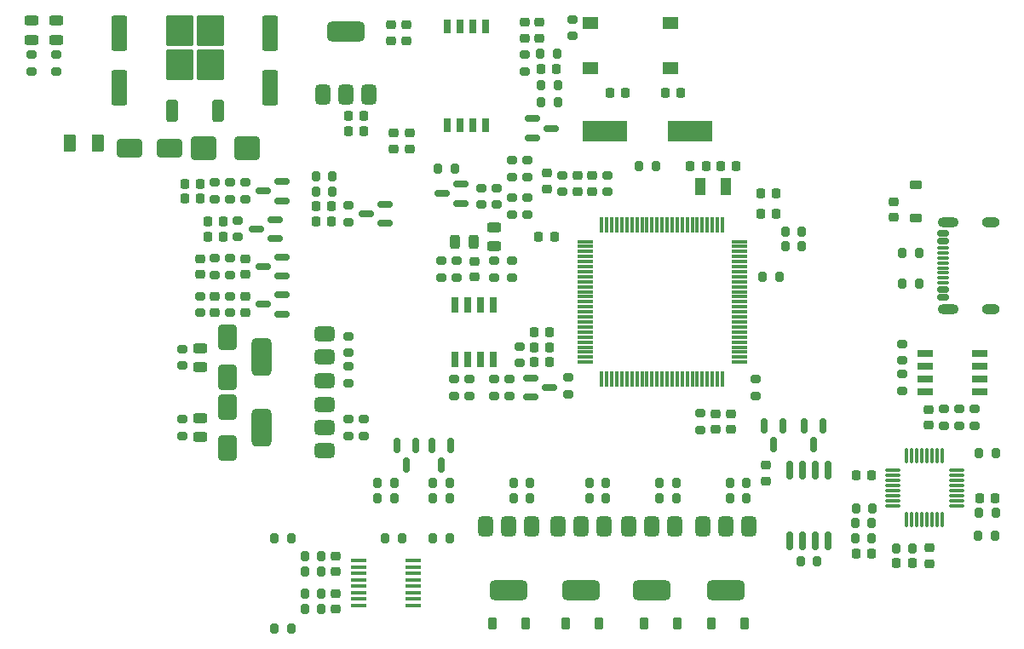
<source format=gbr>
%TF.GenerationSoftware,KiCad,Pcbnew,8.0.6*%
%TF.CreationDate,2024-11-18T15:03:55+07:00*%
%TF.ProjectId,NO2C,4e4f3243-2e6b-4696-9361-645f70636258,vD1*%
%TF.SameCoordinates,Original*%
%TF.FileFunction,Paste,Top*%
%TF.FilePolarity,Positive*%
%FSLAX46Y46*%
G04 Gerber Fmt 4.6, Leading zero omitted, Abs format (unit mm)*
G04 Created by KiCad (PCBNEW 8.0.6) date 2024-11-18 15:03:55*
%MOMM*%
%LPD*%
G01*
G04 APERTURE LIST*
G04 Aperture macros list*
%AMRoundRect*
0 Rectangle with rounded corners*
0 $1 Rounding radius*
0 $2 $3 $4 $5 $6 $7 $8 $9 X,Y pos of 4 corners*
0 Add a 4 corners polygon primitive as box body*
4,1,4,$2,$3,$4,$5,$6,$7,$8,$9,$2,$3,0*
0 Add four circle primitives for the rounded corners*
1,1,$1+$1,$2,$3*
1,1,$1+$1,$4,$5*
1,1,$1+$1,$6,$7*
1,1,$1+$1,$8,$9*
0 Add four rect primitives between the rounded corners*
20,1,$1+$1,$2,$3,$4,$5,0*
20,1,$1+$1,$4,$5,$6,$7,0*
20,1,$1+$1,$6,$7,$8,$9,0*
20,1,$1+$1,$8,$9,$2,$3,0*%
G04 Aperture macros list end*
%ADD10R,1.525000X0.650000*%
%ADD11RoundRect,0.075000X0.675000X0.075000X-0.675000X0.075000X-0.675000X-0.075000X0.675000X-0.075000X0*%
%ADD12RoundRect,0.075000X0.075000X0.675000X-0.075000X0.675000X-0.075000X-0.675000X0.075000X-0.675000X0*%
%ADD13RoundRect,0.200000X-0.200000X-0.275000X0.200000X-0.275000X0.200000X0.275000X-0.200000X0.275000X0*%
%ADD14RoundRect,0.200000X0.275000X-0.200000X0.275000X0.200000X-0.275000X0.200000X-0.275000X-0.200000X0*%
%ADD15RoundRect,0.200000X-0.275000X0.200000X-0.275000X-0.200000X0.275000X-0.200000X0.275000X0.200000X0*%
%ADD16RoundRect,0.200000X0.200000X0.275000X-0.200000X0.275000X-0.200000X-0.275000X0.200000X-0.275000X0*%
%ADD17RoundRect,0.225000X-0.225000X-0.250000X0.225000X-0.250000X0.225000X0.250000X-0.225000X0.250000X0*%
%ADD18RoundRect,0.225000X0.225000X0.250000X-0.225000X0.250000X-0.225000X-0.250000X0.225000X-0.250000X0*%
%ADD19RoundRect,0.225000X0.250000X-0.225000X0.250000X0.225000X-0.250000X0.225000X-0.250000X-0.225000X0*%
%ADD20RoundRect,0.225000X-0.250000X0.225000X-0.250000X-0.225000X0.250000X-0.225000X0.250000X0.225000X0*%
%ADD21RoundRect,0.250000X0.550000X-1.500000X0.550000X1.500000X-0.550000X1.500000X-0.550000X-1.500000X0*%
%ADD22RoundRect,0.150000X-0.150000X0.587500X-0.150000X-0.587500X0.150000X-0.587500X0.150000X0.587500X0*%
%ADD23RoundRect,0.250000X1.000000X0.650000X-1.000000X0.650000X-1.000000X-0.650000X1.000000X-0.650000X0*%
%ADD24RoundRect,0.243750X0.456250X-0.243750X0.456250X0.243750X-0.456250X0.243750X-0.456250X-0.243750X0*%
%ADD25RoundRect,0.243750X-0.456250X0.243750X-0.456250X-0.243750X0.456250X-0.243750X0.456250X0.243750X0*%
%ADD26RoundRect,0.243750X0.243750X0.456250X-0.243750X0.456250X-0.243750X-0.456250X0.243750X-0.456250X0*%
%ADD27RoundRect,0.375000X0.625000X0.375000X-0.625000X0.375000X-0.625000X-0.375000X0.625000X-0.375000X0*%
%ADD28RoundRect,0.500000X0.500000X1.400000X-0.500000X1.400000X-0.500000X-1.400000X0.500000X-1.400000X0*%
%ADD29RoundRect,0.375000X-0.375000X0.625000X-0.375000X-0.625000X0.375000X-0.625000X0.375000X0.625000X0*%
%ADD30RoundRect,0.500000X-1.400000X0.500000X-1.400000X-0.500000X1.400000X-0.500000X1.400000X0.500000X0*%
%ADD31RoundRect,0.250000X0.350000X-0.850000X0.350000X0.850000X-0.350000X0.850000X-0.350000X-0.850000X0*%
%ADD32RoundRect,0.250000X1.125000X-1.275000X1.125000X1.275000X-1.125000X1.275000X-1.125000X-1.275000X0*%
%ADD33RoundRect,0.150000X0.587500X0.150000X-0.587500X0.150000X-0.587500X-0.150000X0.587500X-0.150000X0*%
%ADD34RoundRect,0.250000X-0.650000X1.000000X-0.650000X-1.000000X0.650000X-1.000000X0.650000X1.000000X0*%
%ADD35R,0.650000X1.525000*%
%ADD36RoundRect,0.150000X-0.587500X-0.150000X0.587500X-0.150000X0.587500X0.150000X-0.587500X0.150000X0*%
%ADD37R,1.550000X0.435000*%
%ADD38R,1.550000X1.300000*%
%ADD39RoundRect,0.225000X0.225000X0.375000X-0.225000X0.375000X-0.225000X-0.375000X0.225000X-0.375000X0*%
%ADD40RoundRect,0.150000X-0.150000X0.800000X-0.150000X-0.800000X0.150000X-0.800000X0.150000X0.800000X0*%
%ADD41RoundRect,0.250000X0.375000X0.625000X-0.375000X0.625000X-0.375000X-0.625000X0.375000X-0.625000X0*%
%ADD42RoundRect,0.075000X-0.075000X0.725000X-0.075000X-0.725000X0.075000X-0.725000X0.075000X0.725000X0*%
%ADD43RoundRect,0.075000X-0.725000X0.075000X-0.725000X-0.075000X0.725000X-0.075000X0.725000X0.075000X0*%
%ADD44RoundRect,0.225000X-0.375000X0.225000X-0.375000X-0.225000X0.375000X-0.225000X0.375000X0.225000X0*%
%ADD45RoundRect,0.225000X-0.225000X-0.375000X0.225000X-0.375000X0.225000X0.375000X-0.225000X0.375000X0*%
%ADD46R,4.500000X2.000000*%
%ADD47R,1.000000X1.800000*%
%ADD48RoundRect,0.150000X0.425000X-0.150000X0.425000X0.150000X-0.425000X0.150000X-0.425000X-0.150000X0*%
%ADD49RoundRect,0.075000X0.500000X-0.075000X0.500000X0.075000X-0.500000X0.075000X-0.500000X-0.075000X0*%
%ADD50O,2.100000X1.000000*%
%ADD51O,1.800000X1.000000*%
%ADD52RoundRect,0.375000X0.375000X-0.625000X0.375000X0.625000X-0.375000X0.625000X-0.375000X-0.625000X0*%
%ADD53RoundRect,0.500000X1.400000X-0.500000X1.400000X0.500000X-1.400000X0.500000X-1.400000X-0.500000X0*%
%ADD54RoundRect,0.250000X0.650000X-1.000000X0.650000X1.000000X-0.650000X1.000000X-0.650000X-1.000000X0*%
%ADD55R,0.690000X1.350000*%
%ADD56RoundRect,0.250000X1.000000X0.900000X-1.000000X0.900000X-1.000000X-0.900000X1.000000X-0.900000X0*%
G04 APERTURE END LIST*
D10*
%TO.C,IC3*%
X96788000Y29655000D03*
X96788000Y28385000D03*
X96788000Y27115000D03*
X96788000Y25845000D03*
X102212000Y25845000D03*
X102212000Y27115000D03*
X102212000Y28385000D03*
X102212000Y29655000D03*
%TD*%
D11*
%TO.C,U7*%
X99925000Y14500000D03*
X99925000Y15000000D03*
X99925000Y15500000D03*
X99925000Y16000000D03*
X99925000Y16500000D03*
X99925000Y17000000D03*
X99925000Y17500000D03*
X99925000Y18000000D03*
D12*
X98500000Y19425000D03*
X98000000Y19425000D03*
X97500000Y19425000D03*
X97000000Y19425000D03*
X96500000Y19425000D03*
X96000000Y19425000D03*
X95500000Y19425000D03*
X95000000Y19425000D03*
D11*
X93575000Y18000000D03*
X93575000Y17500000D03*
X93575000Y17000000D03*
X93575000Y16500000D03*
X93575000Y16000000D03*
X93575000Y15500000D03*
X93575000Y15000000D03*
X93575000Y14500000D03*
D12*
X95000000Y13075000D03*
X95500000Y13075000D03*
X96000000Y13075000D03*
X96500000Y13075000D03*
X97000000Y13075000D03*
X97500000Y13075000D03*
X98000000Y13075000D03*
X98500000Y13075000D03*
%TD*%
D13*
%TO.C,R86*%
X102175000Y19750000D03*
X103825000Y19750000D03*
%TD*%
D14*
%TO.C,R85*%
X94500000Y25925000D03*
X94500000Y27575000D03*
%TD*%
D15*
%TO.C,R84*%
X94500000Y30575000D03*
X94500000Y28925000D03*
%TD*%
D14*
%TO.C,R83*%
X98700000Y22425000D03*
X98700000Y24075000D03*
%TD*%
D15*
%TO.C,R82*%
X100200000Y22425000D03*
X100200000Y24075000D03*
%TD*%
%TO.C,R81*%
X101700000Y22425000D03*
X101700000Y24075000D03*
%TD*%
D16*
%TO.C,R80*%
X91500000Y11250000D03*
X89850000Y11250000D03*
%TD*%
D13*
%TO.C,R79*%
X89925000Y14250000D03*
X91575000Y14250000D03*
%TD*%
D16*
%TO.C,R78*%
X91500000Y12750000D03*
X89850000Y12750000D03*
%TD*%
%TO.C,R77*%
X103825000Y13750000D03*
X102175000Y13750000D03*
%TD*%
D13*
%TO.C,R76*%
X102075000Y11500000D03*
X103725000Y11500000D03*
%TD*%
D16*
%TO.C,R75*%
X95575000Y10250000D03*
X93925000Y10250000D03*
%TD*%
D17*
%TO.C,C48*%
X89975000Y17500000D03*
X91525000Y17500000D03*
%TD*%
D18*
%TO.C,C47*%
X103775000Y15250000D03*
X102225000Y15250000D03*
%TD*%
D19*
%TO.C,C46*%
X97250000Y8725000D03*
X97250000Y10275000D03*
%TD*%
D20*
%TO.C,C45*%
X97200000Y24025000D03*
X97200000Y22475000D03*
%TD*%
D18*
%TO.C,C37*%
X89975000Y9750000D03*
X91525000Y9750000D03*
%TD*%
D17*
%TO.C,C36*%
X93975000Y8750000D03*
X95525000Y8750000D03*
%TD*%
D20*
%TO.C,C9*%
X29250000Y35250000D03*
X29250000Y33700000D03*
%TD*%
D18*
%TO.C,C12*%
X82025000Y43500000D03*
X80475000Y43500000D03*
%TD*%
D17*
%TO.C,C13*%
X58425000Y41250000D03*
X59975000Y41250000D03*
%TD*%
D18*
%TO.C,C2*%
X27050000Y41250000D03*
X25500000Y41250000D03*
%TD*%
D19*
%TO.C,C3*%
X52000000Y37225000D03*
X52000000Y38775000D03*
%TD*%
D18*
%TO.C,C19*%
X37850000Y44250000D03*
X36300000Y44250000D03*
%TD*%
D17*
%TO.C,C15*%
X57975000Y30250000D03*
X59525000Y30250000D03*
%TD*%
D19*
%TO.C,C16*%
X59250000Y45975000D03*
X59250000Y47525000D03*
%TD*%
D21*
%TO.C,C5*%
X31750000Y56050000D03*
X31750000Y61450000D03*
%TD*%
D19*
%TO.C,C14*%
X57000000Y60975000D03*
X57000000Y62525000D03*
%TD*%
%TO.C,C11*%
X38250000Y7950000D03*
X38250000Y9500000D03*
%TD*%
D22*
%TO.C,D2*%
X49700000Y20437500D03*
X47800000Y20437500D03*
X48750000Y18562500D03*
%TD*%
D23*
%TO.C,D3*%
X21750000Y50000000D03*
X17750000Y50000000D03*
%TD*%
D24*
%TO.C,LED1*%
X24750000Y28282500D03*
X24750000Y30157500D03*
%TD*%
D25*
%TO.C,LED3*%
X24750000Y23187500D03*
X24750000Y21312500D03*
%TD*%
D26*
%TO.C,LED2*%
X51937500Y40750000D03*
X50062500Y40750000D03*
%TD*%
D25*
%TO.C,LED4*%
X54000000Y42187500D03*
X54000000Y40312500D03*
%TD*%
D27*
%TO.C,Q1*%
X37150000Y26950000D03*
X37150000Y29250000D03*
D28*
X30850000Y29250000D03*
D27*
X37150000Y31550000D03*
%TD*%
%TO.C,Q2*%
X37150000Y19950000D03*
X37150000Y22250000D03*
D28*
X30850000Y22250000D03*
D27*
X37150000Y24550000D03*
%TD*%
D29*
%TO.C,Q5*%
X57700000Y12400000D03*
X55400000Y12400000D03*
D30*
X55400000Y6100000D03*
D29*
X53100000Y12400000D03*
%TD*%
%TO.C,Q6*%
X64925000Y12400000D03*
X62625000Y12400000D03*
D30*
X62625000Y6100000D03*
D29*
X60325000Y12400000D03*
%TD*%
%TO.C,Q3*%
X71950000Y12400000D03*
X69650000Y12400000D03*
D30*
X69650000Y6100000D03*
D29*
X67350000Y12400000D03*
%TD*%
%TO.C,Q4*%
X79300000Y12400000D03*
X77000000Y12400000D03*
D30*
X77000000Y6100000D03*
D29*
X74700000Y12400000D03*
%TD*%
D31*
%TO.C,U1*%
X21970000Y53710000D03*
D32*
X22725000Y58335000D03*
X25775000Y58335000D03*
X22725000Y61685000D03*
X25775000Y61685000D03*
D31*
X26530000Y53710000D03*
%TD*%
D21*
%TO.C,C4*%
X16750000Y56050000D03*
X16750000Y61450000D03*
%TD*%
D15*
%TO.C,R7*%
X39500000Y28325000D03*
X39500000Y26675000D03*
%TD*%
%TO.C,R9*%
X24750000Y35300000D03*
X24750000Y33650000D03*
%TD*%
D13*
%TO.C,R10*%
X36250000Y47250000D03*
X37900000Y47250000D03*
%TD*%
D14*
%TO.C,R6*%
X54000000Y37175000D03*
X54000000Y38825000D03*
%TD*%
%TO.C,R3*%
X48750000Y37175000D03*
X48750000Y38825000D03*
%TD*%
%TO.C,R2*%
X50250000Y37175000D03*
X50250000Y38825000D03*
%TD*%
D16*
%TO.C,R8*%
X82325000Y37250000D03*
X80675000Y37250000D03*
%TD*%
%TO.C,R11*%
X37900000Y45725000D03*
X36250000Y45725000D03*
%TD*%
D18*
%TO.C,C1*%
X27050000Y42750000D03*
X25500000Y42750000D03*
%TD*%
D15*
%TO.C,R1*%
X23000000Y30075000D03*
X23000000Y28425000D03*
%TD*%
%TO.C,R4*%
X28525000Y42825000D03*
X28525000Y41175000D03*
%TD*%
D16*
%TO.C,R12*%
X50075000Y48000000D03*
X48425000Y48000000D03*
%TD*%
D15*
%TO.C,R13*%
X54250000Y46075000D03*
X54250000Y44425000D03*
%TD*%
D33*
%TO.C,Q7*%
X50687500Y44550000D03*
X50687500Y46450000D03*
X48812500Y45500000D03*
%TD*%
D17*
%TO.C,C22*%
X57975000Y28750000D03*
X59525000Y28750000D03*
%TD*%
D15*
%TO.C,R14*%
X50000000Y27075000D03*
X50000000Y25425000D03*
%TD*%
D19*
%TO.C,C8*%
X26250000Y33700000D03*
X26250000Y35250000D03*
%TD*%
D18*
%TO.C,C21*%
X82025000Y45500000D03*
X80475000Y45500000D03*
%TD*%
%TO.C,C20*%
X37850000Y42750000D03*
X36300000Y42750000D03*
%TD*%
D14*
%TO.C,R5*%
X39500000Y29675000D03*
X39500000Y31325000D03*
%TD*%
D34*
%TO.C,D1*%
X27500000Y31220000D03*
X27500000Y27220000D03*
%TD*%
D35*
%TO.C,IC1*%
X50095000Y29038000D03*
X51365000Y29038000D03*
X52635000Y29038000D03*
X53905000Y29038000D03*
X53905000Y34462000D03*
X52635000Y34462000D03*
X51365000Y34462000D03*
X50095000Y34462000D03*
%TD*%
D33*
%TO.C,D6*%
X32212500Y41050000D03*
X32212500Y42950000D03*
X30337500Y42000000D03*
%TD*%
D36*
%TO.C,D5*%
X57625000Y27200000D03*
X57625000Y25300000D03*
X59500000Y26250000D03*
%TD*%
D14*
%TO.C,R15*%
X61375000Y25575000D03*
X61375000Y27225000D03*
%TD*%
D19*
%TO.C,C18*%
X45633000Y49955000D03*
X45633000Y51505000D03*
%TD*%
%TO.C,C17*%
X44000000Y49975000D03*
X44000000Y51525000D03*
%TD*%
D17*
%TO.C,C28*%
X57975000Y31750000D03*
X59525000Y31750000D03*
%TD*%
D13*
%TO.C,R34*%
X47925000Y11250000D03*
X49575000Y11250000D03*
%TD*%
D33*
%TO.C,D8*%
X32937500Y37300000D03*
X32937500Y39200000D03*
X31062500Y38250000D03*
%TD*%
D36*
%TO.C,D17*%
X57812500Y52950000D03*
X57812500Y51050000D03*
X59687500Y52000000D03*
%TD*%
D22*
%TO.C,D20*%
X86700000Y22437500D03*
X84800000Y22437500D03*
X85750000Y20562500D03*
%TD*%
D17*
%TO.C,C31*%
X76475000Y48250000D03*
X78025000Y48250000D03*
%TD*%
D14*
%TO.C,R33*%
X41000000Y21425000D03*
X41000000Y23075000D03*
%TD*%
D37*
%TO.C,U3*%
X45950000Y4576000D03*
X45950000Y5210000D03*
X45950000Y5846000D03*
X45950000Y6480000D03*
X45950000Y7116000D03*
X45950000Y7750000D03*
X45950000Y8386000D03*
X45950000Y9020000D03*
X40500000Y9020000D03*
X40500000Y8386000D03*
X40500000Y7750000D03*
X40500000Y7116000D03*
X40500000Y6480000D03*
X40500000Y5846000D03*
X40500000Y5210000D03*
X40500000Y4576000D03*
%TD*%
D33*
%TO.C,D18*%
X43187500Y42550000D03*
X43187500Y44450000D03*
X41312500Y43500000D03*
%TD*%
D15*
%TO.C,R19*%
X51500000Y27075000D03*
X51500000Y25425000D03*
%TD*%
D13*
%TO.C,R21*%
X42425000Y16750000D03*
X44075000Y16750000D03*
%TD*%
D19*
%TO.C,C39*%
X93700000Y43175000D03*
X93700000Y44725000D03*
%TD*%
D16*
%TO.C,R42*%
X79075000Y16750000D03*
X77425000Y16750000D03*
%TD*%
D14*
%TO.C,R74*%
X57250000Y43425000D03*
X57250000Y45075000D03*
%TD*%
D16*
%TO.C,R44*%
X57575000Y16750000D03*
X55925000Y16750000D03*
%TD*%
D15*
%TO.C,R66*%
X56500000Y30325000D03*
X56500000Y28675000D03*
%TD*%
D22*
%TO.C,D14*%
X46200000Y20437500D03*
X44300000Y20437500D03*
X45250000Y18562500D03*
%TD*%
D38*
%TO.C,SW1*%
X71475000Y58000000D03*
X63525000Y58000000D03*
X71475000Y62500000D03*
X63525000Y62500000D03*
%TD*%
D39*
%TO.C,D9*%
X72150000Y2750000D03*
X68850000Y2750000D03*
%TD*%
D13*
%TO.C,R59*%
X58675000Y56250000D03*
X60325000Y56250000D03*
%TD*%
D22*
%TO.C,D21*%
X82700000Y22437500D03*
X80800000Y22437500D03*
X81750000Y20562500D03*
%TD*%
D19*
%TO.C,C42*%
X43740000Y60725000D03*
X43740000Y62275000D03*
%TD*%
D40*
%TO.C,U5*%
X87155000Y18000000D03*
X85885000Y18000000D03*
X84615000Y18000000D03*
X83345000Y18000000D03*
X83345000Y11000000D03*
X84615000Y11000000D03*
X85885000Y11000000D03*
X87155000Y11000000D03*
%TD*%
D14*
%TO.C,R39*%
X65250000Y45675000D03*
X65250000Y47325000D03*
%TD*%
%TO.C,R36*%
X27750000Y33650000D03*
X27750000Y35300000D03*
%TD*%
D18*
%TO.C,C40*%
X41025000Y51750000D03*
X39475000Y51750000D03*
%TD*%
D39*
%TO.C,D12*%
X57150000Y2750000D03*
X53850000Y2750000D03*
%TD*%
D14*
%TO.C,R38*%
X60750000Y45675000D03*
X60750000Y47325000D03*
%TD*%
D41*
%TO.C,F1*%
X14650000Y50500000D03*
X11850000Y50500000D03*
%TD*%
D20*
%TO.C,C25*%
X62250000Y47275000D03*
X62250000Y45725000D03*
%TD*%
D13*
%TO.C,R73*%
X82925000Y40250000D03*
X84575000Y40250000D03*
%TD*%
D20*
%TO.C,C10*%
X38250000Y5750000D03*
X38250000Y4200000D03*
%TD*%
D18*
%TO.C,C32*%
X24775000Y46500000D03*
X23225000Y46500000D03*
%TD*%
D15*
%TO.C,R51*%
X39490000Y44325000D03*
X39490000Y42675000D03*
%TD*%
D13*
%TO.C,R20*%
X47925000Y16750000D03*
X49575000Y16750000D03*
%TD*%
D25*
%TO.C,LED6*%
X8000000Y62687500D03*
X8000000Y60812500D03*
%TD*%
D20*
%TO.C,C7*%
X29250000Y39025000D03*
X29250000Y37475000D03*
%TD*%
D13*
%TO.C,R70*%
X84425000Y9000000D03*
X86075000Y9000000D03*
%TD*%
D42*
%TO.C,U2*%
X76675000Y42425000D03*
X76175000Y42425000D03*
X75675000Y42425000D03*
X75175000Y42425000D03*
X74675000Y42425000D03*
X74175000Y42425000D03*
X73675000Y42425000D03*
X73175000Y42425000D03*
X72675000Y42425000D03*
X72175000Y42425000D03*
X71675000Y42425000D03*
X71175000Y42425000D03*
X70675000Y42425000D03*
X70175000Y42425000D03*
X69675000Y42425000D03*
X69175000Y42425000D03*
X68675000Y42425000D03*
X68175000Y42425000D03*
X67675000Y42425000D03*
X67175000Y42425000D03*
X66675000Y42425000D03*
X66175000Y42425000D03*
X65675000Y42425000D03*
X65175000Y42425000D03*
X64675000Y42425000D03*
D43*
X63000000Y40750000D03*
X63000000Y40250000D03*
X63000000Y39750000D03*
X63000000Y39250000D03*
X63000000Y38750000D03*
X63000000Y38250000D03*
X63000000Y37750000D03*
X63000000Y37250000D03*
X63000000Y36750000D03*
X63000000Y36250000D03*
X63000000Y35750000D03*
X63000000Y35250000D03*
X63000000Y34750000D03*
X63000000Y34250000D03*
X63000000Y33750000D03*
X63000000Y33250000D03*
X63000000Y32750000D03*
X63000000Y32250000D03*
X63000000Y31750000D03*
X63000000Y31250000D03*
X63000000Y30750000D03*
X63000000Y30250000D03*
X63000000Y29750000D03*
X63000000Y29250000D03*
X63000000Y28750000D03*
D42*
X64675000Y27075000D03*
X65175000Y27075000D03*
X65675000Y27075000D03*
X66175000Y27075000D03*
X66675000Y27075000D03*
X67175000Y27075000D03*
X67675000Y27075000D03*
X68175000Y27075000D03*
X68675000Y27075000D03*
X69175000Y27075000D03*
X69675000Y27075000D03*
X70175000Y27075000D03*
X70675000Y27075000D03*
X71175000Y27075000D03*
X71675000Y27075000D03*
X72175000Y27075000D03*
X72675000Y27075000D03*
X73175000Y27075000D03*
X73675000Y27075000D03*
X74175000Y27075000D03*
X74675000Y27075000D03*
X75175000Y27075000D03*
X75675000Y27075000D03*
X76175000Y27075000D03*
X76675000Y27075000D03*
D43*
X78350000Y28750000D03*
X78350000Y29250000D03*
X78350000Y29750000D03*
X78350000Y30250000D03*
X78350000Y30750000D03*
X78350000Y31250000D03*
X78350000Y31750000D03*
X78350000Y32250000D03*
X78350000Y32750000D03*
X78350000Y33250000D03*
X78350000Y33750000D03*
X78350000Y34250000D03*
X78350000Y34750000D03*
X78350000Y35250000D03*
X78350000Y35750000D03*
X78350000Y36250000D03*
X78350000Y36750000D03*
X78350000Y37250000D03*
X78350000Y37750000D03*
X78350000Y38250000D03*
X78350000Y38750000D03*
X78350000Y39250000D03*
X78350000Y39750000D03*
X78350000Y40250000D03*
X78350000Y40750000D03*
%TD*%
D15*
%TO.C,R63*%
X57250000Y48825000D03*
X57250000Y47175000D03*
%TD*%
D14*
%TO.C,R29*%
X55750000Y37175000D03*
X55750000Y38825000D03*
%TD*%
D44*
%TO.C,D4*%
X95900000Y46350000D03*
X95900000Y43050000D03*
%TD*%
D16*
%TO.C,R52*%
X72075000Y15250000D03*
X70425000Y15250000D03*
%TD*%
%TO.C,R37*%
X72075000Y16750000D03*
X70425000Y16750000D03*
%TD*%
D14*
%TO.C,R57*%
X29250000Y44950000D03*
X29250000Y46600000D03*
%TD*%
%TO.C,R31*%
X39500000Y21425000D03*
X39500000Y23075000D03*
%TD*%
D16*
%TO.C,R72*%
X96225000Y39650000D03*
X94575000Y39650000D03*
%TD*%
D14*
%TO.C,R27*%
X23000000Y21425000D03*
X23000000Y23075000D03*
%TD*%
%TO.C,R64*%
X55750000Y43425000D03*
X55750000Y45075000D03*
%TD*%
D19*
%TO.C,C34*%
X58500000Y60975000D03*
X58500000Y62525000D03*
%TD*%
D33*
%TO.C,D13*%
X32937500Y44800000D03*
X32937500Y46700000D03*
X31062500Y45750000D03*
%TD*%
D19*
%TO.C,C6*%
X24750000Y37475000D03*
X24750000Y39025000D03*
%TD*%
D13*
%TO.C,R48*%
X35175000Y9475000D03*
X36825000Y9475000D03*
%TD*%
D18*
%TO.C,C27*%
X67025000Y55500000D03*
X65475000Y55500000D03*
%TD*%
%TO.C,C35*%
X60162500Y57925000D03*
X58612500Y57925000D03*
%TD*%
D33*
%TO.C,D10*%
X32937500Y33550000D03*
X32937500Y35450000D03*
X31062500Y34500000D03*
%TD*%
D17*
%TO.C,C26*%
X70975000Y55500000D03*
X72525000Y55500000D03*
%TD*%
D14*
%TO.C,R30*%
X27750000Y37425000D03*
X27750000Y39075000D03*
%TD*%
D16*
%TO.C,R61*%
X65075000Y15250000D03*
X63425000Y15250000D03*
%TD*%
D13*
%TO.C,R46*%
X35175000Y4250000D03*
X36825000Y4250000D03*
%TD*%
D14*
%TO.C,R55*%
X27750000Y44950000D03*
X27750000Y46600000D03*
%TD*%
%TO.C,R41*%
X74500000Y22025000D03*
X74500000Y23675000D03*
%TD*%
%TO.C,R16*%
X61750000Y61175000D03*
X61750000Y62825000D03*
%TD*%
D15*
%TO.C,R32*%
X54000000Y27075000D03*
X54000000Y25425000D03*
%TD*%
D45*
%TO.C,D11*%
X75600000Y2750000D03*
X78900000Y2750000D03*
%TD*%
D18*
%TO.C,C30*%
X75025000Y48250000D03*
X73475000Y48250000D03*
%TD*%
D16*
%TO.C,R53*%
X79075000Y15250000D03*
X77425000Y15250000D03*
%TD*%
D15*
%TO.C,R45*%
X57000000Y59325000D03*
X57000000Y57675000D03*
%TD*%
%TO.C,R28*%
X55500000Y27075000D03*
X55500000Y25425000D03*
%TD*%
D16*
%TO.C,R23*%
X33825000Y2250000D03*
X32175000Y2250000D03*
%TD*%
D18*
%TO.C,C41*%
X41025000Y53250000D03*
X39475000Y53250000D03*
%TD*%
D14*
%TO.C,R62*%
X55750000Y47175000D03*
X55750000Y48825000D03*
%TD*%
D25*
%TO.C,LED5*%
X10500000Y62687500D03*
X10500000Y60812500D03*
%TD*%
D16*
%TO.C,R35*%
X44825000Y11250000D03*
X43175000Y11250000D03*
%TD*%
D13*
%TO.C,R25*%
X42400000Y15250000D03*
X44050000Y15250000D03*
%TD*%
D19*
%TO.C,C23*%
X77500000Y22075000D03*
X77500000Y23625000D03*
%TD*%
D13*
%TO.C,R49*%
X35175000Y7975000D03*
X36825000Y7975000D03*
%TD*%
D16*
%TO.C,R50*%
X65075000Y16750000D03*
X63425000Y16750000D03*
%TD*%
D13*
%TO.C,R47*%
X35175000Y5725000D03*
X36825000Y5725000D03*
%TD*%
D15*
%TO.C,R22*%
X26250000Y39075000D03*
X26250000Y37425000D03*
%TD*%
D46*
%TO.C,Y1*%
X73475000Y51750000D03*
X64975000Y51750000D03*
%TD*%
D47*
%TO.C,Y2*%
X74500000Y46250000D03*
X77000000Y46250000D03*
%TD*%
D20*
%TO.C,C24*%
X63750000Y47275000D03*
X63750000Y45725000D03*
%TD*%
D16*
%TO.C,R40*%
X70050000Y48250000D03*
X68400000Y48250000D03*
%TD*%
D13*
%TO.C,R60*%
X58675000Y54625000D03*
X60325000Y54625000D03*
%TD*%
D14*
%TO.C,R65*%
X52687500Y44425000D03*
X52687500Y46075000D03*
%TD*%
D15*
%TO.C,R17*%
X10500000Y59325000D03*
X10500000Y57675000D03*
%TD*%
D13*
%TO.C,R24*%
X47925000Y15250000D03*
X49575000Y15250000D03*
%TD*%
D48*
%TO.C,J2*%
X98570000Y35175000D03*
X98570000Y35975000D03*
D49*
X98570000Y37125000D03*
X98570000Y38125000D03*
X98570000Y38625000D03*
X98570000Y39625000D03*
D48*
X98570000Y40775000D03*
X98570000Y41575000D03*
X98570000Y41575000D03*
X98570000Y40775000D03*
D49*
X98570000Y40125000D03*
X98570000Y39125000D03*
X98570000Y37625000D03*
X98570000Y36625000D03*
D48*
X98570000Y35975000D03*
X98570000Y35175000D03*
D50*
X99145000Y34055000D03*
D51*
X103325000Y34055000D03*
D50*
X99145000Y42695000D03*
D51*
X103325000Y42695000D03*
%TD*%
D52*
%TO.C,U6*%
X36950000Y55350000D03*
X39250000Y55350000D03*
D53*
X39250000Y61650000D03*
D52*
X41550000Y55350000D03*
%TD*%
D54*
%TO.C,D15*%
X27500000Y20250000D03*
X27500000Y24250000D03*
%TD*%
D16*
%TO.C,R56*%
X57575000Y15250000D03*
X55925000Y15250000D03*
%TD*%
D19*
%TO.C,C29*%
X76000000Y22075000D03*
X76000000Y23625000D03*
%TD*%
D15*
%TO.C,R43*%
X80000000Y27075000D03*
X80000000Y25425000D03*
%TD*%
%TO.C,R54*%
X26250000Y46600000D03*
X26250000Y44950000D03*
%TD*%
D16*
%TO.C,R26*%
X33825000Y11250000D03*
X32175000Y11250000D03*
%TD*%
%TO.C,R71*%
X96225000Y36550000D03*
X94575000Y36550000D03*
%TD*%
D45*
%TO.C,D16*%
X61100000Y2750000D03*
X64400000Y2750000D03*
%TD*%
D19*
%TO.C,C44*%
X81000000Y16950000D03*
X81000000Y18500000D03*
%TD*%
D18*
%TO.C,C33*%
X24775000Y45000000D03*
X23225000Y45000000D03*
%TD*%
D13*
%TO.C,R58*%
X58562500Y59425000D03*
X60212500Y59425000D03*
%TD*%
D19*
%TO.C,C43*%
X45250000Y60725000D03*
X45250000Y62275000D03*
%TD*%
D55*
%TO.C,IC2*%
X49345000Y52335000D03*
X50615000Y52335000D03*
X51885000Y52335000D03*
X53155000Y52335000D03*
X53155000Y62165000D03*
X51885000Y62165000D03*
X50615000Y62165000D03*
X49345000Y62165000D03*
%TD*%
D14*
%TO.C,R18*%
X8000000Y57675000D03*
X8000000Y59325000D03*
%TD*%
D13*
%TO.C,R69*%
X82925000Y41750000D03*
X84575000Y41750000D03*
%TD*%
D56*
%TO.C,D7*%
X29400000Y50000000D03*
X25100000Y50000000D03*
%TD*%
M02*

</source>
